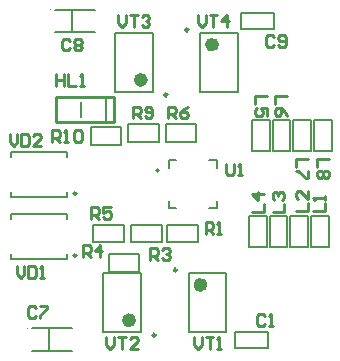
<source format=gto>
G04*
G04 #@! TF.GenerationSoftware,Altium Limited,Altium Designer,20.0.12 (288)*
G04*
G04 Layer_Color=65535*
%FSLAX44Y44*%
%MOMM*%
G71*
G01*
G75*
%ADD10C,0.2000*%
%ADD11C,0.2500*%
%ADD12C,0.6000*%
%ADD13C,0.1000*%
%ADD14C,0.2540*%
%ADD15C,0.1500*%
D10*
X148600Y158350D02*
G03*
X148600Y158350I-1000J0D01*
G01*
X104250Y199500D02*
Y221000D01*
Y199500D02*
X104750Y199000D01*
X110750D01*
X82500Y203500D02*
Y216500D01*
X213000Y8000D02*
X241000D01*
X213000Y22000D02*
X241000D01*
Y8000D02*
Y22000D01*
X213000Y8000D02*
Y22000D01*
X183796Y224964D02*
Y274965D01*
X215795Y224964D02*
Y274965D01*
X183796D02*
X215795D01*
X183796Y224964D02*
X215795D01*
X143500Y225000D02*
Y275000D01*
X111500Y225000D02*
Y275000D01*
Y225000D02*
X143500D01*
X111500Y275000D02*
X143500D01*
X174000Y21550D02*
Y71550D01*
X206000Y21550D02*
Y71550D01*
X174000D02*
X206000D01*
X174000Y21550D02*
X206000D01*
X155500Y97500D02*
X181500D01*
X155500Y112500D02*
X181500D01*
Y97500D02*
Y112500D01*
X155500Y97500D02*
Y112500D01*
X101500Y71550D02*
X133500D01*
X101500Y21550D02*
X133500D01*
X101500D02*
Y71550D01*
X133500Y21550D02*
Y71550D01*
X132151Y72357D02*
Y87357D01*
X106152Y72357D02*
Y87357D01*
Y72357D02*
X132151D01*
X106152Y87357D02*
X132151D01*
X125500Y97500D02*
Y112500D01*
X151500Y97500D02*
Y112500D01*
X125500D02*
X151500D01*
X125500Y97500D02*
X151500D01*
X23250Y83500D02*
X71250D01*
X23250Y121500D02*
X71250D01*
Y83500D02*
Y88000D01*
X23250Y83500D02*
Y88000D01*
X71250Y117000D02*
Y121500D01*
X23250Y117000D02*
Y121500D01*
Y136000D02*
X71250D01*
X23250Y174000D02*
X71250D01*
Y136000D02*
Y140500D01*
X23250Y136000D02*
Y140500D01*
X71250Y169500D02*
Y174000D01*
X23250Y169500D02*
Y174000D01*
X154500Y182500D02*
Y197500D01*
X180500Y182500D02*
Y197500D01*
X154500D02*
X180500D01*
X154500Y182500D02*
X180500D01*
X123000D02*
Y197500D01*
X149000Y182500D02*
Y197500D01*
X123000D02*
X149000D01*
X123000Y182500D02*
X149000D01*
X91000Y180000D02*
Y195000D01*
X117000Y180000D02*
Y195000D01*
X91000D02*
X117000D01*
X91000Y180000D02*
X117000D01*
X60482Y275348D02*
X74960D01*
X60736Y294652D02*
X74960D01*
Y275348D02*
X94518D01*
X74960D02*
Y294652D01*
X94518D01*
X218000Y278000D02*
X246000D01*
X218000Y292000D02*
X246000D01*
Y278000D02*
Y292000D01*
X218000Y278000D02*
Y292000D01*
X93000Y97500D02*
X119000D01*
X93000Y112500D02*
X119000D01*
Y97500D02*
Y112500D01*
X93000Y97500D02*
Y112500D01*
X55710Y24652D02*
X75268D01*
X55710Y5348D02*
Y24652D01*
Y5348D02*
X75268D01*
X41486Y24652D02*
X55710D01*
X41232Y5348D02*
X55710D01*
D11*
X173795Y277515D02*
G03*
X173795Y277515I-1250J0D01*
G01*
X156000Y222450D02*
G03*
X156000Y222450I-1250J0D01*
G01*
X164000Y74100D02*
G03*
X164000Y74100I-1250J0D01*
G01*
X146000Y19000D02*
G03*
X146000Y19000I-1250J0D01*
G01*
X79000Y86500D02*
G03*
X79000Y86500I-1250J0D01*
G01*
Y139000D02*
G03*
X79000Y139000I-1250J0D01*
G01*
D12*
X196795Y264965D02*
G03*
X196795Y264965I-3000J0D01*
G01*
X136500Y235000D02*
G03*
X136500Y235000I-3000J0D01*
G01*
X187000Y61550D02*
G03*
X187000Y61550I-3000J0D01*
G01*
X126500Y31550D02*
G03*
X126500Y31550I-3000J0D01*
G01*
D13*
X57000Y294500D02*
G03*
X57000Y294500I-500J0D01*
G01*
X37750Y24500D02*
G03*
X37750Y24500I-500J0D01*
G01*
D14*
X61500Y221000D02*
X110750D01*
Y199000D02*
Y221000D01*
X61500Y199000D02*
X110750D01*
X61500D02*
Y221000D01*
X61837Y239998D02*
Y230002D01*
Y235000D01*
X68502D01*
Y239998D01*
Y230002D01*
X71834Y239998D02*
Y230002D01*
X78498D01*
X81831D02*
X85163D01*
X83497D01*
Y239998D01*
X81831Y238332D01*
X181671Y289998D02*
Y283334D01*
X185003Y280002D01*
X188335Y283334D01*
Y289998D01*
X191668D02*
X198332D01*
X195000D01*
Y280002D01*
X206663D02*
Y289998D01*
X201665Y285000D01*
X208329D01*
X114171Y289998D02*
Y283334D01*
X117503Y280002D01*
X120836Y283334D01*
Y289998D01*
X124168D02*
X130832D01*
X127500D01*
Y280002D01*
X134164Y288332D02*
X135831Y289998D01*
X139163D01*
X140829Y288332D01*
Y286666D01*
X139163Y285000D01*
X137497D01*
X139163D01*
X140829Y283334D01*
Y281668D01*
X139163Y280002D01*
X135831D01*
X134164Y281668D01*
X104171Y17498D02*
Y10834D01*
X107503Y7502D01*
X110836Y10834D01*
Y17498D01*
X114168D02*
X120832D01*
X117500D01*
Y7502D01*
X130829D02*
X124164D01*
X130829Y14166D01*
Y15832D01*
X129163Y17498D01*
X125831D01*
X124164Y15832D01*
X178337Y17498D02*
Y10834D01*
X181669Y7502D01*
X185002Y10834D01*
Y17498D01*
X188334D02*
X194998D01*
X191666D01*
Y7502D01*
X198331D02*
X201663D01*
X199997D01*
Y17498D01*
X198331Y15832D01*
X22421Y189498D02*
Y182834D01*
X25753Y179502D01*
X29086Y182834D01*
Y189498D01*
X32418D02*
Y179502D01*
X37416D01*
X39082Y181168D01*
Y187832D01*
X37416Y189498D01*
X32418D01*
X49079Y179502D02*
X42414D01*
X49079Y186166D01*
Y187832D01*
X47413Y189498D01*
X44081D01*
X42414Y187832D01*
X28337Y77498D02*
Y70834D01*
X31669Y67502D01*
X35002Y70834D01*
Y77498D01*
X38334D02*
Y67502D01*
X43332D01*
X44998Y69168D01*
Y75832D01*
X43332Y77498D01*
X38334D01*
X48331Y67502D02*
X51663D01*
X49997D01*
Y77498D01*
X48331Y75832D01*
X205835Y164248D02*
Y155918D01*
X207502Y154252D01*
X210834D01*
X212500Y155918D01*
Y164248D01*
X215832Y154252D02*
X219165D01*
X217498D01*
Y164248D01*
X215832Y162582D01*
X58504Y182752D02*
Y192748D01*
X63502D01*
X65169Y191082D01*
Y187750D01*
X63502Y186084D01*
X58504D01*
X61836D02*
X65169Y182752D01*
X68501D02*
X71833D01*
X70167D01*
Y192748D01*
X68501Y191082D01*
X76831D02*
X78498Y192748D01*
X81830D01*
X83496Y191082D01*
Y184418D01*
X81830Y182752D01*
X78498D01*
X76831Y184418D01*
Y191082D01*
X126669Y202502D02*
Y212498D01*
X131668D01*
X133334Y210832D01*
Y207500D01*
X131668Y205834D01*
X126669D01*
X130002D02*
X133334Y202502D01*
X136666Y204168D02*
X138332Y202502D01*
X141664D01*
X143331Y204168D01*
Y210832D01*
X141664Y212498D01*
X138332D01*
X136666Y210832D01*
Y209166D01*
X138332Y207500D01*
X143331D01*
X156669Y202502D02*
Y212498D01*
X161668D01*
X163334Y210832D01*
Y207500D01*
X161668Y205834D01*
X156669D01*
X160002D02*
X163334Y202502D01*
X173331Y212498D02*
X169998Y210832D01*
X166666Y207500D01*
Y204168D01*
X168332Y202502D01*
X171665D01*
X173331Y204168D01*
Y205834D01*
X171665Y207500D01*
X166666D01*
X91669Y117502D02*
Y127498D01*
X96668D01*
X98334Y125832D01*
Y122500D01*
X96668Y120834D01*
X91669D01*
X95002D02*
X98334Y117502D01*
X108331Y127498D02*
X101666D01*
Y122500D01*
X104998Y124166D01*
X106664D01*
X108331Y122500D01*
Y119168D01*
X106664Y117502D01*
X103332D01*
X101666Y119168D01*
X84321Y84860D02*
Y94856D01*
X89320D01*
X90986Y93190D01*
Y89858D01*
X89320Y88192D01*
X84321D01*
X87654D02*
X90986Y84860D01*
X99316D02*
Y94856D01*
X94318Y89858D01*
X100983D01*
X141669Y82502D02*
Y92498D01*
X146668D01*
X148334Y90832D01*
Y87500D01*
X146668Y85834D01*
X141669D01*
X145002D02*
X148334Y82502D01*
X151666Y90832D02*
X153332Y92498D01*
X156664D01*
X158331Y90832D01*
Y89166D01*
X156664Y87500D01*
X154998D01*
X156664D01*
X158331Y85834D01*
Y84168D01*
X156664Y82502D01*
X153332D01*
X151666Y84168D01*
X188335Y105002D02*
Y114998D01*
X193334D01*
X195000Y113332D01*
Y110000D01*
X193334Y108334D01*
X188335D01*
X191668D02*
X195000Y105002D01*
X198332D02*
X201665D01*
X199998D01*
Y114998D01*
X198332Y113332D01*
X292498Y168331D02*
X282502D01*
Y161666D01*
X290832Y158334D02*
X292498Y156668D01*
Y153335D01*
X290832Y151669D01*
X289166D01*
X287500Y153335D01*
X285834Y151669D01*
X284168D01*
X282502Y153335D01*
Y156668D01*
X284168Y158334D01*
X285834D01*
X287500Y156668D01*
X289166Y158334D01*
X290832D01*
X287500Y156668D02*
Y153335D01*
X274998Y168331D02*
X265002D01*
Y161666D01*
X274998Y158334D02*
Y151669D01*
X273332D01*
X266668Y158334D01*
X265002D01*
X257499Y221381D02*
X247502D01*
Y214716D01*
X257499Y204719D02*
X255833Y208051D01*
X252500Y211384D01*
X249168D01*
X247502Y209718D01*
Y206385D01*
X249168Y204719D01*
X250834D01*
X252500Y206385D01*
Y211384D01*
X239999Y221381D02*
X230002D01*
Y214716D01*
X239999Y204719D02*
Y211384D01*
X235000D01*
X236666Y208051D01*
Y206385D01*
X235000Y204719D01*
X231668D01*
X230002Y206385D01*
Y209718D01*
X231668Y211384D01*
X227502Y123619D02*
X237498D01*
Y130284D01*
Y138615D02*
X227502D01*
X232500Y133616D01*
Y140281D01*
X245002Y123619D02*
X254998D01*
Y130284D01*
X246668Y133616D02*
X245002Y135282D01*
Y138615D01*
X246668Y140281D01*
X248334D01*
X250000Y138615D01*
Y136948D01*
Y138615D01*
X251666Y140281D01*
X253332D01*
X254998Y138615D01*
Y135282D01*
X253332Y133616D01*
X265002Y124169D02*
X274998D01*
Y130834D01*
Y140831D02*
Y134166D01*
X268334Y140831D01*
X266668D01*
X265002Y139164D01*
Y135832D01*
X266668Y134166D01*
X279562Y123776D02*
X289559D01*
Y130440D01*
Y133772D02*
Y137105D01*
Y135439D01*
X279562D01*
X281228Y133772D01*
X246084Y271332D02*
X244418Y272998D01*
X241085D01*
X239419Y271332D01*
Y264668D01*
X241085Y263002D01*
X244418D01*
X246084Y264668D01*
X249416D02*
X251082Y263002D01*
X254415D01*
X256081Y264668D01*
Y271332D01*
X254415Y272998D01*
X251082D01*
X249416Y271332D01*
Y269666D01*
X251082Y268000D01*
X256081D01*
X73334Y268332D02*
X71668Y269998D01*
X68335D01*
X66669Y268332D01*
Y261668D01*
X68335Y260002D01*
X71668D01*
X73334Y261668D01*
X76666Y268332D02*
X78332Y269998D01*
X81664D01*
X83331Y268332D01*
Y266666D01*
X81664Y265000D01*
X83331Y263334D01*
Y261668D01*
X81664Y260002D01*
X78332D01*
X76666Y261668D01*
Y263334D01*
X78332Y265000D01*
X76666Y266666D01*
Y268332D01*
X78332Y265000D02*
X81664D01*
X44447Y41541D02*
X42780Y43207D01*
X39448D01*
X37782Y41541D01*
Y34876D01*
X39448Y33210D01*
X42780D01*
X44447Y34876D01*
X47779Y43207D02*
X54443D01*
Y41541D01*
X47779Y34876D01*
Y33210D01*
X238750Y34832D02*
X237084Y36498D01*
X233752D01*
X232085Y34832D01*
Y28168D01*
X233752Y26502D01*
X237084D01*
X238750Y28168D01*
X242082Y26502D02*
X245415D01*
X243748D01*
Y36498D01*
X242082Y34832D01*
D15*
X262500Y175050D02*
X277500D01*
Y201050D01*
X262500D02*
X277500D01*
X262500Y175050D02*
Y201050D01*
X157000Y167350D02*
X163500D01*
X157000Y160850D02*
Y167350D01*
X191500D02*
X198000D01*
Y160850D02*
Y167350D01*
Y126350D02*
Y132850D01*
X191500Y126350D02*
X198000D01*
X157000D02*
Y132850D01*
Y126350D02*
X163500D01*
X227500Y175050D02*
X242500D01*
Y201050D01*
X227500D02*
X242500D01*
X227500Y175050D02*
Y201050D01*
X240000Y93950D02*
Y119950D01*
X225000Y93950D02*
X240000D01*
X225000D02*
Y119950D01*
X240000D01*
X257500Y93950D02*
Y119950D01*
X242500Y93950D02*
X257500D01*
X242500D02*
Y119950D01*
X257500D01*
X245000Y175050D02*
Y201050D01*
X260000D01*
Y175050D02*
Y201050D01*
X245000Y175050D02*
X260000D01*
X275000Y93950D02*
Y119950D01*
X260000Y93950D02*
X275000D01*
X260000D02*
Y119950D01*
X275000D01*
X292500Y93950D02*
Y119950D01*
X277500Y93950D02*
X292500D01*
X277500D02*
Y119950D01*
X292500D01*
X280000Y175050D02*
Y201050D01*
X295000D01*
Y175050D02*
Y201050D01*
X280000Y175050D02*
X295000D01*
M02*

</source>
